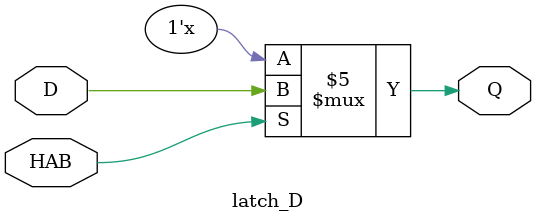
<source format=v>
module latch_D(HAB,D,Q);
  
input HAB,D;
output reg Q;

initial begin
  Q = 1'b0;
end
  
  always@(HAB or D)
    if(HAB == 1)
      Q <= D;
    else
      Q = Q;
endmodule
</source>
